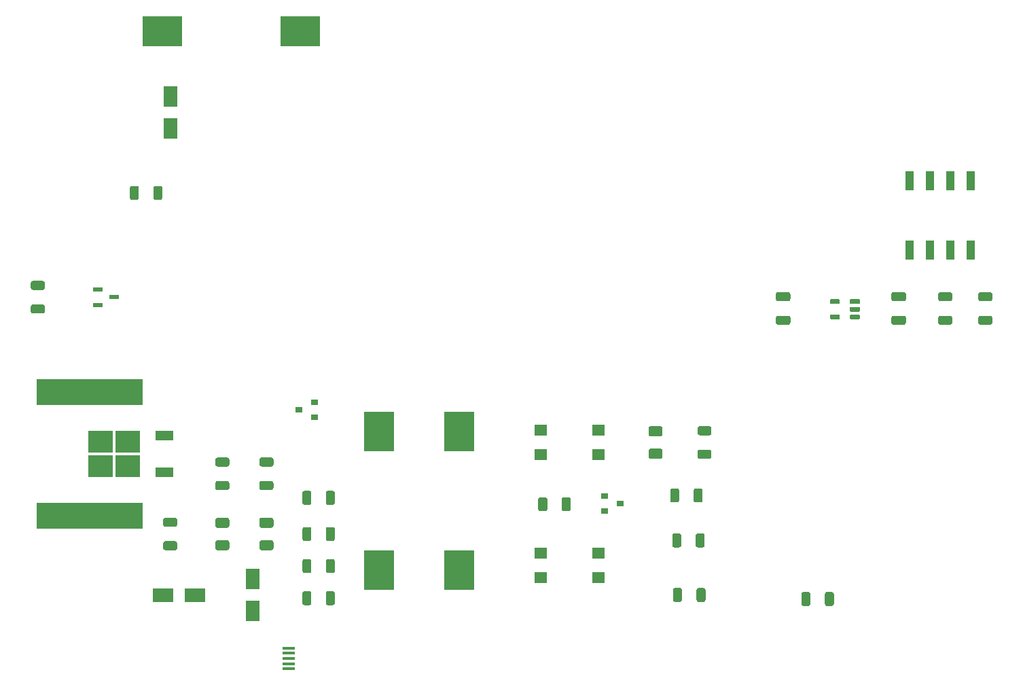
<source format=gbr>
G04 #@! TF.GenerationSoftware,KiCad,Pcbnew,(5.1.9)-1*
G04 #@! TF.CreationDate,2022-06-27T08:21:43+02:00*
G04 #@! TF.ProjectId,green_detect_3,67726565-6e5f-4646-9574-6563745f332e,0.00*
G04 #@! TF.SameCoordinates,Original*
G04 #@! TF.FileFunction,Paste,Top*
G04 #@! TF.FilePolarity,Positive*
%FSLAX46Y46*%
G04 Gerber Fmt 4.6, Leading zero omitted, Abs format (unit mm)*
G04 Created by KiCad (PCBNEW (5.1.9)-1) date 2022-06-27 08:21:43*
%MOMM*%
%LPD*%
G01*
G04 APERTURE LIST*
%ADD10R,1.300000X0.600000*%
%ADD11R,3.800000X5.000000*%
%ADD12R,5.000000X3.800000*%
%ADD13R,1.120000X2.440000*%
%ADD14R,1.800000X2.500000*%
%ADD15R,2.500000X1.800000*%
%ADD16R,1.500000X0.450000*%
%ADD17R,13.200000X3.250000*%
%ADD18R,0.900000X0.800000*%
%ADD19R,1.600000X1.400000*%
%ADD20R,3.050000X2.750000*%
%ADD21R,2.200000X1.200000*%
G04 APERTURE END LIST*
D10*
X89950000Y-85050000D03*
X89950000Y-86950000D03*
X92050000Y-86000000D03*
D11*
X135000000Y-120000000D03*
X135000000Y-102750000D03*
X125000000Y-120000000D03*
D12*
X115200000Y-52900000D03*
X98000000Y-52900000D03*
D11*
X125000000Y-102750000D03*
D13*
X191190000Y-71495000D03*
X198810000Y-80105000D03*
X193730000Y-71495000D03*
X196270000Y-80105000D03*
X196270000Y-71495000D03*
X193730000Y-80105000D03*
X198810000Y-71495000D03*
X191190000Y-80105000D03*
G36*
G01*
X110374998Y-108900000D02*
X111625002Y-108900000D01*
G75*
G02*
X111875000Y-109149998I0J-249998D01*
G01*
X111875000Y-109775002D01*
G75*
G02*
X111625002Y-110025000I-249998J0D01*
G01*
X110374998Y-110025000D01*
G75*
G02*
X110125000Y-109775002I0J249998D01*
G01*
X110125000Y-109149998D01*
G75*
G02*
X110374998Y-108900000I249998J0D01*
G01*
G37*
G36*
G01*
X110374998Y-105975000D02*
X111625002Y-105975000D01*
G75*
G02*
X111875000Y-106224998I0J-249998D01*
G01*
X111875000Y-106850002D01*
G75*
G02*
X111625002Y-107100000I-249998J0D01*
G01*
X110374998Y-107100000D01*
G75*
G02*
X110125000Y-106850002I0J249998D01*
G01*
X110125000Y-106224998D01*
G75*
G02*
X110374998Y-105975000I249998J0D01*
G01*
G37*
G36*
G01*
X104874998Y-108900000D02*
X106125002Y-108900000D01*
G75*
G02*
X106375000Y-109149998I0J-249998D01*
G01*
X106375000Y-109775002D01*
G75*
G02*
X106125002Y-110025000I-249998J0D01*
G01*
X104874998Y-110025000D01*
G75*
G02*
X104625000Y-109775002I0J249998D01*
G01*
X104625000Y-109149998D01*
G75*
G02*
X104874998Y-108900000I249998J0D01*
G01*
G37*
G36*
G01*
X104874998Y-105975000D02*
X106125002Y-105975000D01*
G75*
G02*
X106375000Y-106224998I0J-249998D01*
G01*
X106375000Y-106850002D01*
G75*
G02*
X106125002Y-107100000I-249998J0D01*
G01*
X104874998Y-107100000D01*
G75*
G02*
X104625000Y-106850002I0J249998D01*
G01*
X104625000Y-106224998D01*
G75*
G02*
X104874998Y-105975000I249998J0D01*
G01*
G37*
G36*
G01*
X118400000Y-111625002D02*
X118400000Y-110374998D01*
G75*
G02*
X118649998Y-110125000I249998J0D01*
G01*
X119275002Y-110125000D01*
G75*
G02*
X119525000Y-110374998I0J-249998D01*
G01*
X119525000Y-111625002D01*
G75*
G02*
X119275002Y-111875000I-249998J0D01*
G01*
X118649998Y-111875000D01*
G75*
G02*
X118400000Y-111625002I0J249998D01*
G01*
G37*
G36*
G01*
X115475000Y-111625002D02*
X115475000Y-110374998D01*
G75*
G02*
X115724998Y-110125000I249998J0D01*
G01*
X116350002Y-110125000D01*
G75*
G02*
X116600000Y-110374998I0J-249998D01*
G01*
X116600000Y-111625002D01*
G75*
G02*
X116350002Y-111875000I-249998J0D01*
G01*
X115724998Y-111875000D01*
G75*
G02*
X115475000Y-111625002I0J249998D01*
G01*
G37*
G36*
G01*
X118400000Y-116125002D02*
X118400000Y-114874998D01*
G75*
G02*
X118649998Y-114625000I249998J0D01*
G01*
X119275002Y-114625000D01*
G75*
G02*
X119525000Y-114874998I0J-249998D01*
G01*
X119525000Y-116125002D01*
G75*
G02*
X119275002Y-116375000I-249998J0D01*
G01*
X118649998Y-116375000D01*
G75*
G02*
X118400000Y-116125002I0J249998D01*
G01*
G37*
G36*
G01*
X115475000Y-116125002D02*
X115475000Y-114874998D01*
G75*
G02*
X115724998Y-114625000I249998J0D01*
G01*
X116350002Y-114625000D01*
G75*
G02*
X116600000Y-114874998I0J-249998D01*
G01*
X116600000Y-116125002D01*
G75*
G02*
X116350002Y-116375000I-249998J0D01*
G01*
X115724998Y-116375000D01*
G75*
G02*
X115475000Y-116125002I0J249998D01*
G01*
G37*
G36*
G01*
X118400000Y-120125002D02*
X118400000Y-118874998D01*
G75*
G02*
X118649998Y-118625000I249998J0D01*
G01*
X119275002Y-118625000D01*
G75*
G02*
X119525000Y-118874998I0J-249998D01*
G01*
X119525000Y-120125002D01*
G75*
G02*
X119275002Y-120375000I-249998J0D01*
G01*
X118649998Y-120375000D01*
G75*
G02*
X118400000Y-120125002I0J249998D01*
G01*
G37*
G36*
G01*
X115475000Y-120125002D02*
X115475000Y-118874998D01*
G75*
G02*
X115724998Y-118625000I249998J0D01*
G01*
X116350002Y-118625000D01*
G75*
G02*
X116600000Y-118874998I0J-249998D01*
G01*
X116600000Y-120125002D01*
G75*
G02*
X116350002Y-120375000I-249998J0D01*
G01*
X115724998Y-120375000D01*
G75*
G02*
X115475000Y-120125002I0J249998D01*
G01*
G37*
G36*
G01*
X118400000Y-124125002D02*
X118400000Y-122874998D01*
G75*
G02*
X118649998Y-122625000I249998J0D01*
G01*
X119275002Y-122625000D01*
G75*
G02*
X119525000Y-122874998I0J-249998D01*
G01*
X119525000Y-124125002D01*
G75*
G02*
X119275002Y-124375000I-249998J0D01*
G01*
X118649998Y-124375000D01*
G75*
G02*
X118400000Y-124125002I0J249998D01*
G01*
G37*
G36*
G01*
X115475000Y-124125002D02*
X115475000Y-122874998D01*
G75*
G02*
X115724998Y-122625000I249998J0D01*
G01*
X116350002Y-122625000D01*
G75*
G02*
X116600000Y-122874998I0J-249998D01*
G01*
X116600000Y-124125002D01*
G75*
G02*
X116350002Y-124375000I-249998J0D01*
G01*
X115724998Y-124375000D01*
G75*
G02*
X115475000Y-124125002I0J249998D01*
G01*
G37*
G36*
G01*
X111625000Y-114725000D02*
X110375000Y-114725000D01*
G75*
G02*
X110125000Y-114475000I0J250000D01*
G01*
X110125000Y-113725000D01*
G75*
G02*
X110375000Y-113475000I250000J0D01*
G01*
X111625000Y-113475000D01*
G75*
G02*
X111875000Y-113725000I0J-250000D01*
G01*
X111875000Y-114475000D01*
G75*
G02*
X111625000Y-114725000I-250000J0D01*
G01*
G37*
G36*
G01*
X111625000Y-117525000D02*
X110375000Y-117525000D01*
G75*
G02*
X110125000Y-117275000I0J250000D01*
G01*
X110125000Y-116525000D01*
G75*
G02*
X110375000Y-116275000I250000J0D01*
G01*
X111625000Y-116275000D01*
G75*
G02*
X111875000Y-116525000I0J-250000D01*
G01*
X111875000Y-117275000D01*
G75*
G02*
X111625000Y-117525000I-250000J0D01*
G01*
G37*
G36*
G01*
X106125000Y-114725000D02*
X104875000Y-114725000D01*
G75*
G02*
X104625000Y-114475000I0J250000D01*
G01*
X104625000Y-113725000D01*
G75*
G02*
X104875000Y-113475000I250000J0D01*
G01*
X106125000Y-113475000D01*
G75*
G02*
X106375000Y-113725000I0J-250000D01*
G01*
X106375000Y-114475000D01*
G75*
G02*
X106125000Y-114725000I-250000J0D01*
G01*
G37*
G36*
G01*
X106125000Y-117525000D02*
X104875000Y-117525000D01*
G75*
G02*
X104625000Y-117275000I0J250000D01*
G01*
X104625000Y-116525000D01*
G75*
G02*
X104875000Y-116275000I250000J0D01*
G01*
X106125000Y-116275000D01*
G75*
G02*
X106375000Y-116525000I0J-250000D01*
G01*
X106375000Y-117275000D01*
G75*
G02*
X106125000Y-117525000I-250000J0D01*
G01*
G37*
D14*
X109300000Y-125100000D03*
X109300000Y-121100000D03*
D15*
X98100000Y-123100000D03*
X102100000Y-123100000D03*
D16*
X113750000Y-129700000D03*
X113750000Y-130350000D03*
X113750000Y-131000000D03*
X113750000Y-131650000D03*
X113750000Y-132300000D03*
D17*
X89000000Y-113200000D03*
X89000000Y-97800000D03*
D18*
X117000000Y-100950000D03*
X117000000Y-99050000D03*
X115000000Y-100000000D03*
G36*
G01*
X182465000Y-88240000D02*
X182465000Y-88660000D01*
G75*
G02*
X182375000Y-88750000I-90000J0D01*
G01*
X181335000Y-88750000D01*
G75*
G02*
X181245000Y-88660000I0J90000D01*
G01*
X181245000Y-88240000D01*
G75*
G02*
X181335000Y-88150000I90000J0D01*
G01*
X182375000Y-88150000D01*
G75*
G02*
X182465000Y-88240000I0J-90000D01*
G01*
G37*
G36*
G01*
X182465000Y-86340000D02*
X182465000Y-86760000D01*
G75*
G02*
X182375000Y-86850000I-90000J0D01*
G01*
X181335000Y-86850000D01*
G75*
G02*
X181245000Y-86760000I0J90000D01*
G01*
X181245000Y-86340000D01*
G75*
G02*
X181335000Y-86250000I90000J0D01*
G01*
X182375000Y-86250000D01*
G75*
G02*
X182465000Y-86340000I0J-90000D01*
G01*
G37*
G36*
G01*
X184955000Y-86340000D02*
X184955000Y-86760000D01*
G75*
G02*
X184865000Y-86850000I-90000J0D01*
G01*
X183825000Y-86850000D01*
G75*
G02*
X183735000Y-86760000I0J90000D01*
G01*
X183735000Y-86340000D01*
G75*
G02*
X183825000Y-86250000I90000J0D01*
G01*
X184865000Y-86250000D01*
G75*
G02*
X184955000Y-86340000I0J-90000D01*
G01*
G37*
G36*
G01*
X184955000Y-87290000D02*
X184955000Y-87710000D01*
G75*
G02*
X184865000Y-87800000I-90000J0D01*
G01*
X183825000Y-87800000D01*
G75*
G02*
X183735000Y-87710000I0J90000D01*
G01*
X183735000Y-87290000D01*
G75*
G02*
X183825000Y-87200000I90000J0D01*
G01*
X184865000Y-87200000D01*
G75*
G02*
X184955000Y-87290000I0J-90000D01*
G01*
G37*
G36*
G01*
X184955000Y-88240000D02*
X184955000Y-88660000D01*
G75*
G02*
X184865000Y-88750000I-90000J0D01*
G01*
X183825000Y-88750000D01*
G75*
G02*
X183735000Y-88660000I0J90000D01*
G01*
X183735000Y-88240000D01*
G75*
G02*
X183825000Y-88150000I90000J0D01*
G01*
X184865000Y-88150000D01*
G75*
G02*
X184955000Y-88240000I0J-90000D01*
G01*
G37*
D19*
X152400000Y-117900000D03*
X145200000Y-117900000D03*
X152400000Y-120900000D03*
X145200000Y-120900000D03*
X152400000Y-102570000D03*
X145200000Y-102570000D03*
X152400000Y-105570000D03*
X145200000Y-105570000D03*
G36*
G01*
X83125002Y-88025000D02*
X81874998Y-88025000D01*
G75*
G02*
X81625000Y-87775002I0J249998D01*
G01*
X81625000Y-87149998D01*
G75*
G02*
X81874998Y-86900000I249998J0D01*
G01*
X83125002Y-86900000D01*
G75*
G02*
X83375000Y-87149998I0J-249998D01*
G01*
X83375000Y-87775002D01*
G75*
G02*
X83125002Y-88025000I-249998J0D01*
G01*
G37*
G36*
G01*
X83125002Y-85100000D02*
X81874998Y-85100000D01*
G75*
G02*
X81625000Y-84850002I0J249998D01*
G01*
X81625000Y-84224998D01*
G75*
G02*
X81874998Y-83975000I249998J0D01*
G01*
X83125002Y-83975000D01*
G75*
G02*
X83375000Y-84224998I0J-249998D01*
G01*
X83375000Y-84850002D01*
G75*
G02*
X83125002Y-85100000I-249998J0D01*
G01*
G37*
G36*
G01*
X99625002Y-117525000D02*
X98374998Y-117525000D01*
G75*
G02*
X98125000Y-117275002I0J249998D01*
G01*
X98125000Y-116649998D01*
G75*
G02*
X98374998Y-116400000I249998J0D01*
G01*
X99625002Y-116400000D01*
G75*
G02*
X99875000Y-116649998I0J-249998D01*
G01*
X99875000Y-117275002D01*
G75*
G02*
X99625002Y-117525000I-249998J0D01*
G01*
G37*
G36*
G01*
X99625002Y-114600000D02*
X98374998Y-114600000D01*
G75*
G02*
X98125000Y-114350002I0J249998D01*
G01*
X98125000Y-113724998D01*
G75*
G02*
X98374998Y-113475000I249998J0D01*
G01*
X99625002Y-113475000D01*
G75*
G02*
X99875000Y-113724998I0J-249998D01*
G01*
X99875000Y-114350002D01*
G75*
G02*
X99625002Y-114600000I-249998J0D01*
G01*
G37*
G36*
G01*
X93975000Y-73625002D02*
X93975000Y-72374998D01*
G75*
G02*
X94224998Y-72125000I249998J0D01*
G01*
X94850002Y-72125000D01*
G75*
G02*
X95100000Y-72374998I0J-249998D01*
G01*
X95100000Y-73625002D01*
G75*
G02*
X94850002Y-73875000I-249998J0D01*
G01*
X94224998Y-73875000D01*
G75*
G02*
X93975000Y-73625002I0J249998D01*
G01*
G37*
G36*
G01*
X96900000Y-73625002D02*
X96900000Y-72374998D01*
G75*
G02*
X97149998Y-72125000I249998J0D01*
G01*
X97775002Y-72125000D01*
G75*
G02*
X98025000Y-72374998I0J-249998D01*
G01*
X98025000Y-73625002D01*
G75*
G02*
X97775002Y-73875000I-249998J0D01*
G01*
X97149998Y-73875000D01*
G75*
G02*
X96900000Y-73625002I0J249998D01*
G01*
G37*
G36*
G01*
X146000000Y-111174998D02*
X146000000Y-112425002D01*
G75*
G02*
X145750002Y-112675000I-249998J0D01*
G01*
X145124998Y-112675000D01*
G75*
G02*
X144875000Y-112425002I0J249998D01*
G01*
X144875000Y-111174998D01*
G75*
G02*
X145124998Y-110925000I249998J0D01*
G01*
X145750002Y-110925000D01*
G75*
G02*
X146000000Y-111174998I0J-249998D01*
G01*
G37*
G36*
G01*
X148925000Y-111174998D02*
X148925000Y-112425002D01*
G75*
G02*
X148675002Y-112675000I-249998J0D01*
G01*
X148049998Y-112675000D01*
G75*
G02*
X147800000Y-112425002I0J249998D01*
G01*
X147800000Y-111174998D01*
G75*
G02*
X148049998Y-110925000I249998J0D01*
G01*
X148675002Y-110925000D01*
G75*
G02*
X148925000Y-111174998I0J-249998D01*
G01*
G37*
G36*
G01*
X162437500Y-110074998D02*
X162437500Y-111325002D01*
G75*
G02*
X162187502Y-111575000I-249998J0D01*
G01*
X161562498Y-111575000D01*
G75*
G02*
X161312500Y-111325002I0J249998D01*
G01*
X161312500Y-110074998D01*
G75*
G02*
X161562498Y-109825000I249998J0D01*
G01*
X162187502Y-109825000D01*
G75*
G02*
X162437500Y-110074998I0J-249998D01*
G01*
G37*
G36*
G01*
X165362500Y-110074998D02*
X165362500Y-111325002D01*
G75*
G02*
X165112502Y-111575000I-249998J0D01*
G01*
X164487498Y-111575000D01*
G75*
G02*
X164237500Y-111325002I0J249998D01*
G01*
X164237500Y-110074998D01*
G75*
G02*
X164487498Y-109825000I249998J0D01*
G01*
X165112502Y-109825000D01*
G75*
G02*
X165362500Y-110074998I0J-249998D01*
G01*
G37*
G36*
G01*
X162700000Y-115674998D02*
X162700000Y-116925002D01*
G75*
G02*
X162450002Y-117175000I-249998J0D01*
G01*
X161824998Y-117175000D01*
G75*
G02*
X161575000Y-116925002I0J249998D01*
G01*
X161575000Y-115674998D01*
G75*
G02*
X161824998Y-115425000I249998J0D01*
G01*
X162450002Y-115425000D01*
G75*
G02*
X162700000Y-115674998I0J-249998D01*
G01*
G37*
G36*
G01*
X165625000Y-115674998D02*
X165625000Y-116925002D01*
G75*
G02*
X165375002Y-117175000I-249998J0D01*
G01*
X164749998Y-117175000D01*
G75*
G02*
X164500000Y-116925002I0J249998D01*
G01*
X164500000Y-115674998D01*
G75*
G02*
X164749998Y-115425000I249998J0D01*
G01*
X165375002Y-115425000D01*
G75*
G02*
X165625000Y-115674998I0J-249998D01*
G01*
G37*
G36*
G01*
X196225002Y-86500000D02*
X194974998Y-86500000D01*
G75*
G02*
X194725000Y-86250002I0J249998D01*
G01*
X194725000Y-85624998D01*
G75*
G02*
X194974998Y-85375000I249998J0D01*
G01*
X196225002Y-85375000D01*
G75*
G02*
X196475000Y-85624998I0J-249998D01*
G01*
X196475000Y-86250002D01*
G75*
G02*
X196225002Y-86500000I-249998J0D01*
G01*
G37*
G36*
G01*
X196225002Y-89425000D02*
X194974998Y-89425000D01*
G75*
G02*
X194725000Y-89175002I0J249998D01*
G01*
X194725000Y-88549998D01*
G75*
G02*
X194974998Y-88300000I249998J0D01*
G01*
X196225002Y-88300000D01*
G75*
G02*
X196475000Y-88549998I0J-249998D01*
G01*
X196475000Y-89175002D01*
G75*
G02*
X196225002Y-89425000I-249998J0D01*
G01*
G37*
G36*
G01*
X201225002Y-86500000D02*
X199974998Y-86500000D01*
G75*
G02*
X199725000Y-86250002I0J249998D01*
G01*
X199725000Y-85624998D01*
G75*
G02*
X199974998Y-85375000I249998J0D01*
G01*
X201225002Y-85375000D01*
G75*
G02*
X201475000Y-85624998I0J-249998D01*
G01*
X201475000Y-86250002D01*
G75*
G02*
X201225002Y-86500000I-249998J0D01*
G01*
G37*
G36*
G01*
X201225002Y-89425000D02*
X199974998Y-89425000D01*
G75*
G02*
X199725000Y-89175002I0J249998D01*
G01*
X199725000Y-88549998D01*
G75*
G02*
X199974998Y-88300000I249998J0D01*
G01*
X201225002Y-88300000D01*
G75*
G02*
X201475000Y-88549998I0J-249998D01*
G01*
X201475000Y-89175002D01*
G75*
G02*
X201225002Y-89425000I-249998J0D01*
G01*
G37*
G36*
G01*
X166225002Y-103200000D02*
X164974998Y-103200000D01*
G75*
G02*
X164725000Y-102950002I0J249998D01*
G01*
X164725000Y-102324998D01*
G75*
G02*
X164974998Y-102075000I249998J0D01*
G01*
X166225002Y-102075000D01*
G75*
G02*
X166475000Y-102324998I0J-249998D01*
G01*
X166475000Y-102950002D01*
G75*
G02*
X166225002Y-103200000I-249998J0D01*
G01*
G37*
G36*
G01*
X166225002Y-106125000D02*
X164974998Y-106125000D01*
G75*
G02*
X164725000Y-105875002I0J249998D01*
G01*
X164725000Y-105249998D01*
G75*
G02*
X164974998Y-105000000I249998J0D01*
G01*
X166225002Y-105000000D01*
G75*
G02*
X166475000Y-105249998I0J-249998D01*
G01*
X166475000Y-105875002D01*
G75*
G02*
X166225002Y-106125000I-249998J0D01*
G01*
G37*
G36*
G01*
X164600000Y-123725002D02*
X164600000Y-122474998D01*
G75*
G02*
X164849998Y-122225000I249998J0D01*
G01*
X165475002Y-122225000D01*
G75*
G02*
X165725000Y-122474998I0J-249998D01*
G01*
X165725000Y-123725002D01*
G75*
G02*
X165475002Y-123975000I-249998J0D01*
G01*
X164849998Y-123975000D01*
G75*
G02*
X164600000Y-123725002I0J249998D01*
G01*
G37*
G36*
G01*
X161675000Y-123725002D02*
X161675000Y-122474998D01*
G75*
G02*
X161924998Y-122225000I249998J0D01*
G01*
X162550002Y-122225000D01*
G75*
G02*
X162800000Y-122474998I0J-249998D01*
G01*
X162800000Y-123725002D01*
G75*
G02*
X162550002Y-123975000I-249998J0D01*
G01*
X161924998Y-123975000D01*
G75*
G02*
X161675000Y-123725002I0J249998D01*
G01*
G37*
G36*
G01*
X180600000Y-124225002D02*
X180600000Y-122974998D01*
G75*
G02*
X180849998Y-122725000I249998J0D01*
G01*
X181475002Y-122725000D01*
G75*
G02*
X181725000Y-122974998I0J-249998D01*
G01*
X181725000Y-124225002D01*
G75*
G02*
X181475002Y-124475000I-249998J0D01*
G01*
X180849998Y-124475000D01*
G75*
G02*
X180600000Y-124225002I0J249998D01*
G01*
G37*
G36*
G01*
X177675000Y-124225002D02*
X177675000Y-122974998D01*
G75*
G02*
X177924998Y-122725000I249998J0D01*
G01*
X178550002Y-122725000D01*
G75*
G02*
X178800000Y-122974998I0J-249998D01*
G01*
X178800000Y-124225002D01*
G75*
G02*
X178550002Y-124475000I-249998J0D01*
G01*
X177924998Y-124475000D01*
G75*
G02*
X177675000Y-124225002I0J249998D01*
G01*
G37*
D20*
X93675000Y-103975000D03*
X90325000Y-107025000D03*
X93675000Y-107025000D03*
X90325000Y-103975000D03*
D21*
X98300000Y-103220000D03*
X98300000Y-107780000D03*
D18*
X155100000Y-111700000D03*
X153100000Y-112650000D03*
X153100000Y-110750000D03*
D14*
X99000000Y-65000000D03*
X99000000Y-61000000D03*
G36*
G01*
X160125000Y-103325000D02*
X158875000Y-103325000D01*
G75*
G02*
X158625000Y-103075000I0J250000D01*
G01*
X158625000Y-102325000D01*
G75*
G02*
X158875000Y-102075000I250000J0D01*
G01*
X160125000Y-102075000D01*
G75*
G02*
X160375000Y-102325000I0J-250000D01*
G01*
X160375000Y-103075000D01*
G75*
G02*
X160125000Y-103325000I-250000J0D01*
G01*
G37*
G36*
G01*
X160125000Y-106125000D02*
X158875000Y-106125000D01*
G75*
G02*
X158625000Y-105875000I0J250000D01*
G01*
X158625000Y-105125000D01*
G75*
G02*
X158875000Y-104875000I250000J0D01*
G01*
X160125000Y-104875000D01*
G75*
G02*
X160375000Y-105125000I0J-250000D01*
G01*
X160375000Y-105875000D01*
G75*
G02*
X160125000Y-106125000I-250000J0D01*
G01*
G37*
G36*
G01*
X176050001Y-86500000D02*
X174749999Y-86500000D01*
G75*
G02*
X174500000Y-86250001I0J249999D01*
G01*
X174500000Y-85599999D01*
G75*
G02*
X174749999Y-85350000I249999J0D01*
G01*
X176050001Y-85350000D01*
G75*
G02*
X176300000Y-85599999I0J-249999D01*
G01*
X176300000Y-86250001D01*
G75*
G02*
X176050001Y-86500000I-249999J0D01*
G01*
G37*
G36*
G01*
X176050001Y-89450000D02*
X174749999Y-89450000D01*
G75*
G02*
X174500000Y-89200001I0J249999D01*
G01*
X174500000Y-88549999D01*
G75*
G02*
X174749999Y-88300000I249999J0D01*
G01*
X176050001Y-88300000D01*
G75*
G02*
X176300000Y-88549999I0J-249999D01*
G01*
X176300000Y-89200001D01*
G75*
G02*
X176050001Y-89450000I-249999J0D01*
G01*
G37*
G36*
G01*
X190450001Y-86500000D02*
X189149999Y-86500000D01*
G75*
G02*
X188900000Y-86250001I0J249999D01*
G01*
X188900000Y-85599999D01*
G75*
G02*
X189149999Y-85350000I249999J0D01*
G01*
X190450001Y-85350000D01*
G75*
G02*
X190700000Y-85599999I0J-249999D01*
G01*
X190700000Y-86250001D01*
G75*
G02*
X190450001Y-86500000I-249999J0D01*
G01*
G37*
G36*
G01*
X190450001Y-89450000D02*
X189149999Y-89450000D01*
G75*
G02*
X188900000Y-89200001I0J249999D01*
G01*
X188900000Y-88549999D01*
G75*
G02*
X189149999Y-88300000I249999J0D01*
G01*
X190450001Y-88300000D01*
G75*
G02*
X190700000Y-88549999I0J-249999D01*
G01*
X190700000Y-89200001D01*
G75*
G02*
X190450001Y-89450000I-249999J0D01*
G01*
G37*
M02*

</source>
